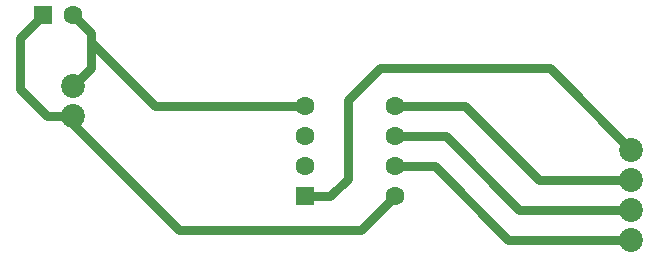
<source format=gbr>
%TF.GenerationSoftware,KiCad,Pcbnew,(5.1.6-0-10_14)*%
%TF.CreationDate,2020-08-20T17:19:26-04:00*%
%TF.ProjectId,atiny85_shield,6174696e-7938-4355-9f73-6869656c642e,rev?*%
%TF.SameCoordinates,Original*%
%TF.FileFunction,Copper,L1,Top*%
%TF.FilePolarity,Positive*%
%FSLAX46Y46*%
G04 Gerber Fmt 4.6, Leading zero omitted, Abs format (unit mm)*
G04 Created by KiCad (PCBNEW (5.1.6-0-10_14)) date 2020-08-20 17:19:26*
%MOMM*%
%LPD*%
G01*
G04 APERTURE LIST*
%TA.AperFunction,ComponentPad*%
%ADD10C,1.600000*%
%TD*%
%TA.AperFunction,ComponentPad*%
%ADD11R,1.600000X1.600000*%
%TD*%
%TA.AperFunction,ComponentPad*%
%ADD12C,2.020000*%
%TD*%
%TA.AperFunction,Conductor*%
%ADD13C,0.762000*%
%TD*%
%TA.AperFunction,Conductor*%
%ADD14C,1.524000*%
%TD*%
G04 APERTURE END LIST*
D10*
%TO.P,U1,8*%
%TO.N,Net-(C1-Pad1)*%
X42646600Y-2247900D03*
%TO.P,U1,7*%
%TO.N,Net-(J1-Pad1)*%
X42646600Y292100D03*
%TO.P,U1,6*%
%TO.N,Net-(J1-Pad2)*%
X42646600Y2832100D03*
%TO.P,U1,5*%
%TO.N,Net-(J1-Pad3)*%
X42646600Y5372100D03*
%TO.P,U1,4*%
%TO.N,Net-(C1-Pad2)*%
X35026600Y5372100D03*
%TO.P,U1,3*%
%TO.N,Net-(U1-Pad3)*%
X35026600Y2832100D03*
%TO.P,U1,2*%
%TO.N,Net-(U1-Pad2)*%
X35026600Y292100D03*
D11*
%TO.P,U1,1*%
%TO.N,Net-(J1-Pad4)*%
X35026600Y-2247900D03*
%TD*%
D12*
%TO.P,J2,2*%
%TO.N,Net-(C1-Pad1)*%
X15405100Y4572000D03*
%TO.P,J2,1*%
%TO.N,Net-(C1-Pad2)*%
X15405100Y7112000D03*
%TD*%
%TO.P,J1,4*%
%TO.N,Net-(J1-Pad4)*%
X62649100Y1689100D03*
%TO.P,J1,3*%
%TO.N,Net-(J1-Pad3)*%
X62649100Y-850900D03*
%TO.P,J1,2*%
%TO.N,Net-(J1-Pad2)*%
X62649100Y-3390900D03*
%TO.P,J1,1*%
%TO.N,Net-(J1-Pad1)*%
X62649100Y-5930900D03*
%TD*%
D10*
%TO.P,C1,2*%
%TO.N,Net-(C1-Pad2)*%
X15352400Y13093700D03*
D11*
%TO.P,C1,1*%
%TO.N,Net-(C1-Pad1)*%
X12852400Y13093700D03*
%TD*%
D13*
%TO.N,Net-(C1-Pad2)*%
X16878300Y8585200D02*
X15405100Y7112000D01*
X15352400Y13093700D02*
X16878300Y11567800D01*
X22339300Y5372100D02*
X16878300Y10833100D01*
X35026600Y5372100D02*
X22339300Y5372100D01*
X16878300Y10833100D02*
X16878300Y8585200D01*
X16878300Y11567800D02*
X16878300Y10833100D01*
%TO.N,Net-(C1-Pad1)*%
X15405100Y3873500D02*
X15405100Y4572000D01*
X39814500Y-5080000D02*
X24358600Y-5080000D01*
X24358600Y-5080000D02*
X15405100Y3873500D01*
X42646600Y-2247900D02*
X39814500Y-5080000D01*
X15405100Y4572000D02*
X13182600Y4572000D01*
X13182600Y4572000D02*
X10922000Y6832600D01*
X10922000Y11163300D02*
X12852400Y13093700D01*
X10922000Y6832600D02*
X10922000Y11163300D01*
%TO.N,Net-(J1-Pad4)*%
X35026600Y-2247900D02*
X37172900Y-2247900D01*
X37172900Y-2247900D02*
X38671500Y-749300D01*
X38671500Y-749300D02*
X38671500Y5892800D01*
X38671500Y5892800D02*
X41363900Y8585200D01*
X55753000Y8585200D02*
X62649100Y1689100D01*
X41363900Y8585200D02*
X55753000Y8585200D01*
D14*
%TO.N,Net-(J1-Pad3)*%
X62636400Y-863600D02*
X62649100Y-850900D01*
D13*
X42646600Y5372100D02*
X48615600Y5372100D01*
X54838600Y-850900D02*
X62649100Y-850900D01*
X48615600Y5372100D02*
X54838600Y-850900D01*
D14*
%TO.N,Net-(J1-Pad2)*%
X62636400Y-3403600D02*
X62649100Y-3390900D01*
D13*
X42646600Y2832100D02*
X46964600Y2832100D01*
X53187600Y-3390900D02*
X62649100Y-3390900D01*
X46964600Y2832100D02*
X53187600Y-3390900D01*
D14*
%TO.N,Net-(J1-Pad1)*%
X62636400Y-5943600D02*
X62649100Y-5930900D01*
D13*
X52260500Y-5930900D02*
X62649100Y-5930900D01*
X46037500Y292100D02*
X52260500Y-5930900D01*
X42646600Y292100D02*
X46037500Y292100D01*
%TD*%
M02*

</source>
